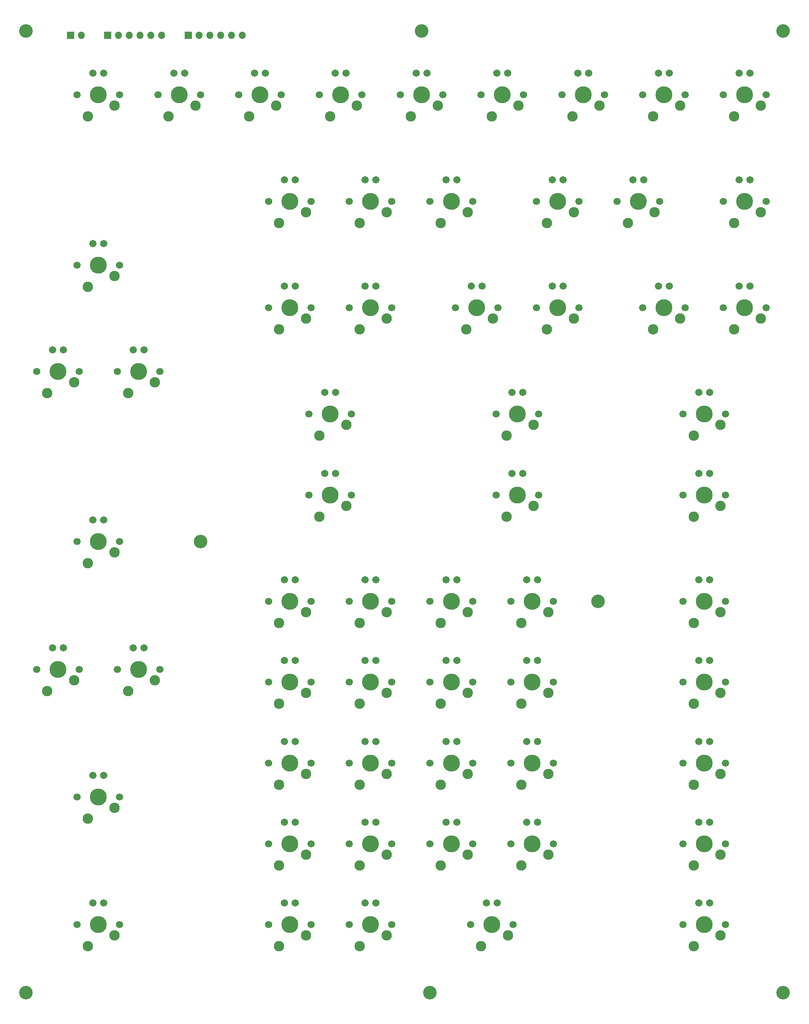
<source format=gbs>
G04 #@! TF.GenerationSoftware,KiCad,Pcbnew,8.0.4*
G04 #@! TF.CreationDate,2024-09-21T20:50:24+02:00*
G04 #@! TF.ProjectId,Keyboard,4b657962-6f61-4726-942e-6b696361645f,rev?*
G04 #@! TF.SameCoordinates,Original*
G04 #@! TF.FileFunction,Soldermask,Bot*
G04 #@! TF.FilePolarity,Negative*
%FSLAX46Y46*%
G04 Gerber Fmt 4.6, Leading zero omitted, Abs format (unit mm)*
G04 Created by KiCad (PCBNEW 8.0.4) date 2024-09-21 20:50:24*
%MOMM*%
%LPD*%
G01*
G04 APERTURE LIST*
%ADD10C,1.700000*%
%ADD11C,3.987800*%
%ADD12C,2.454000*%
%ADD13C,1.712000*%
%ADD14R,1.700000X1.700000*%
%ADD15O,1.700000X1.700000*%
%ADD16C,3.200000*%
G04 APERTURE END LIST*
D10*
X169500000Y18000000D03*
D11*
X164500000Y18000000D03*
D10*
X159500000Y18000000D03*
D12*
X161990000Y12920000D03*
X168310000Y15460000D03*
D13*
X163230000Y23080000D03*
X165770000Y23080000D03*
D10*
X119500000Y18000000D03*
D11*
X114500000Y18000000D03*
D10*
X109500000Y18000000D03*
D12*
X111990000Y12920000D03*
X118310000Y15460000D03*
D13*
X113230000Y23080000D03*
X115770000Y23080000D03*
D10*
X129000000Y37000000D03*
D11*
X124000000Y37000000D03*
D10*
X119000000Y37000000D03*
D12*
X121490000Y31920000D03*
X127810000Y34460000D03*
D13*
X122730000Y42080000D03*
X125270000Y42080000D03*
D10*
X110000000Y37000000D03*
D11*
X105000000Y37000000D03*
D10*
X100000000Y37000000D03*
D12*
X102490000Y31920000D03*
X108810000Y34460000D03*
D13*
X103730000Y42080000D03*
X106270000Y42080000D03*
D10*
X91000000Y37000000D03*
D11*
X86000000Y37000000D03*
D10*
X81000000Y37000000D03*
D12*
X83490000Y31920000D03*
X89810000Y34460000D03*
D13*
X84730000Y42080000D03*
X87270000Y42080000D03*
X68270000Y42080000D03*
X65730000Y42080000D03*
D12*
X70810000Y34460000D03*
X64490000Y31920000D03*
D10*
X62000000Y37000000D03*
D11*
X67000000Y37000000D03*
D10*
X72000000Y37000000D03*
X91000000Y18000000D03*
D11*
X86000000Y18000000D03*
D10*
X81000000Y18000000D03*
D12*
X83490000Y12920000D03*
X89810000Y15460000D03*
D13*
X84730000Y23080000D03*
X87270000Y23080000D03*
D10*
X72000000Y18000000D03*
D11*
X67000000Y18000000D03*
D10*
X62000000Y18000000D03*
D12*
X64490000Y12920000D03*
X70810000Y15460000D03*
D13*
X65730000Y23080000D03*
X68270000Y23080000D03*
D10*
X169500000Y37000000D03*
D11*
X164500000Y37000000D03*
D10*
X159500000Y37000000D03*
D12*
X161990000Y31920000D03*
X168310000Y34460000D03*
D13*
X163230000Y42080000D03*
X165770000Y42080000D03*
D10*
X169500000Y56000000D03*
D11*
X164500000Y56000000D03*
D10*
X159500000Y56000000D03*
D12*
X161990000Y50920000D03*
X168310000Y53460000D03*
D13*
X163230000Y61080000D03*
X165770000Y61080000D03*
D10*
X129000000Y56000000D03*
D11*
X124000000Y56000000D03*
D10*
X119000000Y56000000D03*
D12*
X121490000Y50920000D03*
X127810000Y53460000D03*
D13*
X122730000Y61080000D03*
X125270000Y61080000D03*
D10*
X110000000Y56000000D03*
D11*
X105000000Y56000000D03*
D10*
X100000000Y56000000D03*
D12*
X102490000Y50920000D03*
X108810000Y53460000D03*
D13*
X103730000Y61080000D03*
X106270000Y61080000D03*
D10*
X91000000Y56000000D03*
D11*
X86000000Y56000000D03*
D10*
X81000000Y56000000D03*
D12*
X83490000Y50920000D03*
X89810000Y53460000D03*
D13*
X84730000Y61080000D03*
X87270000Y61080000D03*
D10*
X72000000Y56000000D03*
D11*
X67000000Y56000000D03*
D10*
X62000000Y56000000D03*
D12*
X64490000Y50920000D03*
X70810000Y53460000D03*
D13*
X65730000Y61080000D03*
X68270000Y61080000D03*
D10*
X169500000Y75000000D03*
D11*
X164500000Y75000000D03*
D10*
X159500000Y75000000D03*
D12*
X161990000Y69920000D03*
X168310000Y72460000D03*
D13*
X163230000Y80080000D03*
X165770000Y80080000D03*
D10*
X129000000Y75000000D03*
D11*
X124000000Y75000000D03*
D10*
X119000000Y75000000D03*
D12*
X121490000Y69920000D03*
X127810000Y72460000D03*
D13*
X122730000Y80080000D03*
X125270000Y80080000D03*
D10*
X110000000Y75000000D03*
D11*
X105000000Y75000000D03*
D10*
X100000000Y75000000D03*
D12*
X102490000Y69920000D03*
X108810000Y72460000D03*
D13*
X103730000Y80080000D03*
X106270000Y80080000D03*
D10*
X91000000Y75000000D03*
D11*
X86000000Y75000000D03*
D10*
X81000000Y75000000D03*
D12*
X83490000Y69920000D03*
X89810000Y72460000D03*
D13*
X84730000Y80080000D03*
X87270000Y80080000D03*
D10*
X72000000Y75000000D03*
D11*
X67000000Y75000000D03*
D10*
X62000000Y75000000D03*
D12*
X64490000Y69920000D03*
X70810000Y72460000D03*
D13*
X65730000Y80080000D03*
X68270000Y80080000D03*
D10*
X27000000Y18000000D03*
D11*
X22000000Y18000000D03*
D10*
X17000000Y18000000D03*
D12*
X19490000Y12920000D03*
X25810000Y15460000D03*
D13*
X20730000Y23080000D03*
X23270000Y23080000D03*
D10*
X27000000Y48000000D03*
D11*
X22000000Y48000000D03*
D10*
X17000000Y48000000D03*
D12*
X19490000Y42920000D03*
X25810000Y45460000D03*
D13*
X20730000Y53080000D03*
X23270000Y53080000D03*
D10*
X169500000Y94000000D03*
D11*
X164500000Y94000000D03*
D10*
X159500000Y94000000D03*
D12*
X161990000Y88920000D03*
X168310000Y91460000D03*
D13*
X163230000Y99080000D03*
X165770000Y99080000D03*
D10*
X129000000Y94000000D03*
D11*
X124000000Y94000000D03*
D10*
X119000000Y94000000D03*
D12*
X121490000Y88920000D03*
X127810000Y91460000D03*
D13*
X122730000Y99080000D03*
X125270000Y99080000D03*
D10*
X110000000Y94000000D03*
D11*
X105000000Y94000000D03*
D10*
X100000000Y94000000D03*
D12*
X102490000Y88920000D03*
X108810000Y91460000D03*
D13*
X103730000Y99080000D03*
X106270000Y99080000D03*
D10*
X91000000Y94000000D03*
D11*
X86000000Y94000000D03*
D10*
X81000000Y94000000D03*
D12*
X83490000Y88920000D03*
X89810000Y91460000D03*
D13*
X84730000Y99080000D03*
X87270000Y99080000D03*
D10*
X72000000Y94000000D03*
D11*
X67000000Y94000000D03*
D10*
X62000000Y94000000D03*
D12*
X64490000Y88920000D03*
X70810000Y91460000D03*
D13*
X65730000Y99080000D03*
X68270000Y99080000D03*
D10*
X36500000Y78000000D03*
D11*
X31500000Y78000000D03*
D10*
X26500000Y78000000D03*
D12*
X28990000Y72920000D03*
X35310000Y75460000D03*
D13*
X30230000Y83080000D03*
X32770000Y83080000D03*
D10*
X17500000Y78000000D03*
D11*
X12500000Y78000000D03*
D10*
X7500000Y78000000D03*
D12*
X9990000Y72920000D03*
X16310000Y75460000D03*
D13*
X11230000Y83080000D03*
X13770000Y83080000D03*
D10*
X169500000Y119000000D03*
D11*
X164500000Y119000000D03*
D10*
X159500000Y119000000D03*
D12*
X161990000Y113920000D03*
X168310000Y116460000D03*
D13*
X163230000Y124080000D03*
X165770000Y124080000D03*
D10*
X169500000Y138000000D03*
D11*
X164500000Y138000000D03*
D10*
X159500000Y138000000D03*
D12*
X161990000Y132920000D03*
X168310000Y135460000D03*
D13*
X163230000Y143080000D03*
X165770000Y143080000D03*
D10*
X125500000Y119000000D03*
D11*
X120500000Y119000000D03*
D10*
X115500000Y119000000D03*
D12*
X117990000Y113920000D03*
X124310000Y116460000D03*
D13*
X119230000Y124080000D03*
X121770000Y124080000D03*
D10*
X125500000Y138000000D03*
D11*
X120500000Y138000000D03*
D10*
X115500000Y138000000D03*
D12*
X117990000Y132920000D03*
X124310000Y135460000D03*
D13*
X119230000Y143080000D03*
X121770000Y143080000D03*
D10*
X81500000Y119000000D03*
D11*
X76500000Y119000000D03*
D10*
X71500000Y119000000D03*
D12*
X73990000Y113920000D03*
X80310000Y116460000D03*
D13*
X75230000Y124080000D03*
X77770000Y124080000D03*
D10*
X81500000Y138000000D03*
D11*
X76500000Y138000000D03*
D10*
X71500000Y138000000D03*
D12*
X73990000Y132920000D03*
X80310000Y135460000D03*
D13*
X75230000Y143080000D03*
X77770000Y143080000D03*
D10*
X27000000Y108000000D03*
D11*
X22000000Y108000000D03*
D10*
X17000000Y108000000D03*
D12*
X19490000Y102920000D03*
X25810000Y105460000D03*
D13*
X20730000Y113080000D03*
X23270000Y113080000D03*
D10*
X179000000Y163000000D03*
D11*
X174000000Y163000000D03*
D10*
X169000000Y163000000D03*
D12*
X171490000Y157920000D03*
X177810000Y160460000D03*
D13*
X172730000Y168080000D03*
X175270000Y168080000D03*
D10*
X160000000Y163000000D03*
D11*
X155000000Y163000000D03*
D10*
X150000000Y163000000D03*
D12*
X152490000Y157920000D03*
X158810000Y160460000D03*
D13*
X153730000Y168080000D03*
X156270000Y168080000D03*
D10*
X135000000Y163000000D03*
D11*
X130000000Y163000000D03*
D10*
X125000000Y163000000D03*
D12*
X127490000Y157920000D03*
X133810000Y160460000D03*
D13*
X128730000Y168080000D03*
X131270000Y168080000D03*
D10*
X116000000Y163000000D03*
D11*
X111000000Y163000000D03*
D10*
X106000000Y163000000D03*
D12*
X108490000Y157920000D03*
X114810000Y160460000D03*
D13*
X109730000Y168080000D03*
X112270000Y168080000D03*
D10*
X91000000Y163000000D03*
D11*
X86000000Y163000000D03*
D10*
X81000000Y163000000D03*
D12*
X83490000Y157920000D03*
X89810000Y160460000D03*
D13*
X84730000Y168080000D03*
X87270000Y168080000D03*
D10*
X72000000Y163000000D03*
D11*
X67000000Y163000000D03*
D10*
X62000000Y163000000D03*
D12*
X64490000Y157920000D03*
X70810000Y160460000D03*
D13*
X65730000Y168080000D03*
X68270000Y168080000D03*
X32770000Y153080000D03*
X30230000Y153080000D03*
D12*
X35310000Y145460000D03*
X28990000Y142920000D03*
D10*
X26500000Y148000000D03*
D11*
X31500000Y148000000D03*
D10*
X36500000Y148000000D03*
X17500000Y148000000D03*
D11*
X12500000Y148000000D03*
D10*
X7500000Y148000000D03*
D12*
X9990000Y142920000D03*
X16310000Y145460000D03*
D13*
X11230000Y153080000D03*
X13770000Y153080000D03*
D10*
X179000000Y213000000D03*
D11*
X174000000Y213000000D03*
D10*
X169000000Y213000000D03*
D12*
X171490000Y207920000D03*
X177810000Y210460000D03*
D13*
X172730000Y218080000D03*
X175270000Y218080000D03*
D10*
X179000000Y188000000D03*
D11*
X174000000Y188000000D03*
D10*
X169000000Y188000000D03*
D12*
X171490000Y182920000D03*
X177810000Y185460000D03*
D13*
X172730000Y193080000D03*
X175270000Y193080000D03*
D10*
X135000000Y188000000D03*
D11*
X130000000Y188000000D03*
D10*
X125000000Y188000000D03*
D12*
X127490000Y182920000D03*
X133810000Y185460000D03*
D13*
X128730000Y193080000D03*
X131270000Y193080000D03*
D10*
X110000000Y188000000D03*
D11*
X105000000Y188000000D03*
D10*
X100000000Y188000000D03*
D12*
X102490000Y182920000D03*
X108810000Y185460000D03*
D13*
X103730000Y193080000D03*
X106270000Y193080000D03*
D10*
X91000000Y188000000D03*
D11*
X86000000Y188000000D03*
D10*
X81000000Y188000000D03*
D12*
X83490000Y182920000D03*
X89810000Y185460000D03*
D13*
X84730000Y193080000D03*
X87270000Y193080000D03*
D10*
X72000000Y188000000D03*
D11*
X67000000Y188000000D03*
D10*
X62000000Y188000000D03*
D12*
X64490000Y182920000D03*
X70810000Y185460000D03*
D13*
X65730000Y193080000D03*
X68270000Y193080000D03*
D10*
X27000000Y173000000D03*
D11*
X22000000Y173000000D03*
D10*
X17000000Y173000000D03*
D12*
X19490000Y167920000D03*
X25810000Y170460000D03*
D13*
X20730000Y178080000D03*
X23270000Y178080000D03*
D10*
X160000000Y213000000D03*
D11*
X155000000Y213000000D03*
D10*
X150000000Y213000000D03*
D12*
X152490000Y207920000D03*
X158810000Y210460000D03*
D13*
X153730000Y218080000D03*
X156270000Y218080000D03*
D10*
X141000000Y213000000D03*
D11*
X136000000Y213000000D03*
D10*
X131000000Y213000000D03*
D12*
X133490000Y207920000D03*
X139810000Y210460000D03*
D13*
X134730000Y218080000D03*
X137270000Y218080000D03*
D10*
X122000000Y213000000D03*
D11*
X117000000Y213000000D03*
D10*
X112000000Y213000000D03*
D12*
X114490000Y207920000D03*
X120810000Y210460000D03*
D13*
X115730000Y218080000D03*
X118270000Y218080000D03*
D10*
X103000000Y213000000D03*
D11*
X98000000Y213000000D03*
D10*
X93000000Y213000000D03*
D12*
X95490000Y207920000D03*
X101810000Y210460000D03*
D13*
X96730000Y218080000D03*
X99270000Y218080000D03*
D10*
X84000000Y213000000D03*
D11*
X79000000Y213000000D03*
D10*
X74000000Y213000000D03*
D12*
X76490000Y207920000D03*
X82810000Y210460000D03*
D13*
X77730000Y218080000D03*
X80270000Y218080000D03*
D10*
X65000000Y213000000D03*
D11*
X60000000Y213000000D03*
D10*
X55000000Y213000000D03*
D12*
X57490000Y207920000D03*
X63810000Y210460000D03*
D13*
X58730000Y218080000D03*
X61270000Y218080000D03*
D10*
X46000000Y213000000D03*
D11*
X41000000Y213000000D03*
D10*
X36000000Y213000000D03*
D12*
X38490000Y207920000D03*
X44810000Y210460000D03*
D13*
X39730000Y218080000D03*
X42270000Y218080000D03*
D10*
X27000000Y213000000D03*
D11*
X22000000Y213000000D03*
D10*
X17000000Y213000000D03*
D12*
X19490000Y207920000D03*
X25810000Y210460000D03*
D13*
X20730000Y218080000D03*
X23270000Y218080000D03*
D14*
X15460000Y227000000D03*
D15*
X18000000Y227000000D03*
D14*
X43150000Y227000000D03*
D15*
X45690000Y227000000D03*
X48230000Y227000000D03*
X50770000Y227000000D03*
X53310000Y227000000D03*
X55850000Y227000000D03*
D14*
X24150000Y227000000D03*
D15*
X26690000Y227000000D03*
X29230000Y227000000D03*
X31770000Y227000000D03*
X34310000Y227000000D03*
X36850000Y227000000D03*
D16*
X183000000Y2000000D03*
X100000000Y2000000D03*
X5000000Y2000000D03*
X139500000Y94000000D03*
X46000000Y108000000D03*
X183000000Y228000000D03*
X98000000Y228000000D03*
X5000000Y228000000D03*
D10*
X154000000Y188000000D03*
D11*
X149000000Y188000000D03*
D10*
X144000000Y188000000D03*
D12*
X146490000Y182920000D03*
X152810000Y185460000D03*
D13*
X147730000Y193080000D03*
X150270000Y193080000D03*
M02*

</source>
